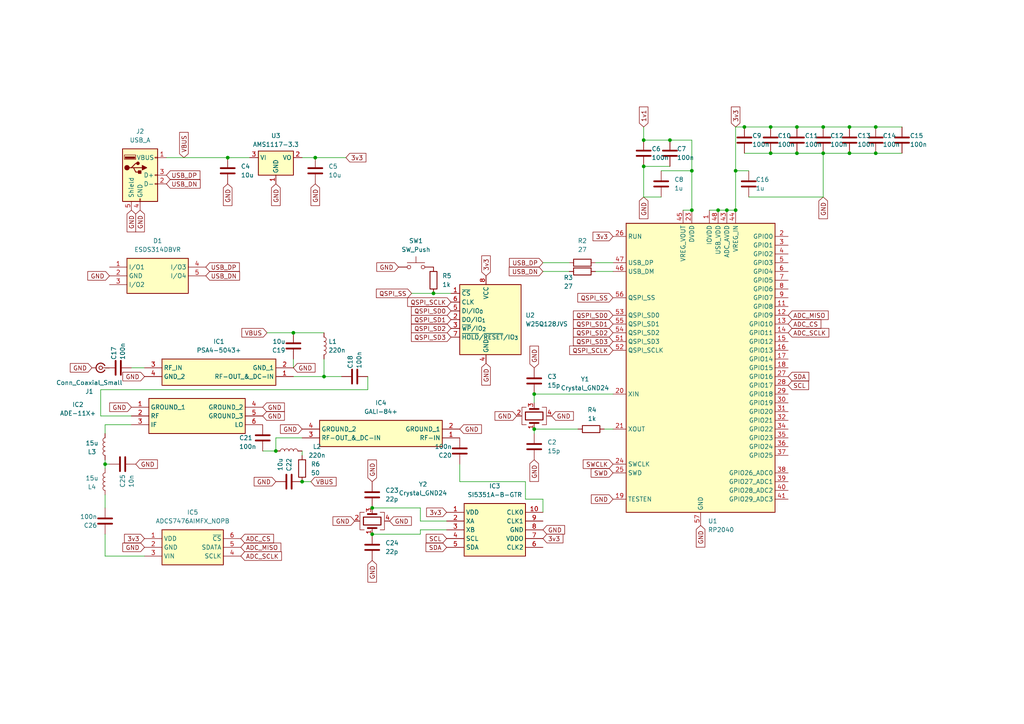
<source format=kicad_sch>
(kicad_sch (version 20250114) (generator "eeschema") (generator_version "9.0")
  (paper "A4")
  (lib_symbols
    (symbol "Analog_ADC:ADCS7476AIMFX_NOPB"
      (property "Reference" "IC" (at 24.13 7.62 0))
      (property "Value" "ADCS7476AIMFX_NOPB" (at 24.13 5.08 0))
      (symbol "ADCS7476AIMFX_NOPB_1_1"
        (rectangle (start 5.08 2.54) (end 22.86 -7.62) (stroke (width 0.254)) (fill (type background)))
        (pin passive line (at 0 0 0) (length 5.08) (name "VDD") (number "1"))
        (pin passive line (at 0 -2.54 0) (length 5.08) (name "GND") (number "2"))
        (pin passive line (at 0 -5.08 0) (length 5.08) (name "VIN") (number "3"))
        (pin passive line (at 27.94 0 180) (length 5.08) (name "~{CS}") (number "6"))
        (pin passive line (at 27.94 -2.54 180) (length 5.08) (name "SDATA") (number "5"))
        (pin passive line (at 27.94 -5.08 180) (length 5.08) (name "SCLK") (number "4"))
      )
    )
    (symbol "Connector:Conn_Coaxial_Small" (pin_numbers (hide yes)) (pin_names (offset 1.016) (hide yes))
      (property "Reference" "J" (at 0.254 3.048 0))
      (property "Value" "Conn_Coaxial_Small" (at 0 -3.81 0))
      (symbol "Conn_Coaxial_Small_0_1"
        (polyline (pts (xy -2.54 0) (xy -0.508 0)))
        (circle (center 0 0) (radius 0.508) (stroke (width 0.2032)))
      )
      (symbol "Conn_Coaxial_Small_1_1"
        (arc (start 1.3484 0.0039) (mid 0.327 -1.308) (end -1.1916 -0.6311) (stroke (width 0.3048)))
        (arc (start -1.1916 0.6311) (mid 0.327 1.3081) (end 1.3484 -0.0039) (stroke (width 0.3048)))
        (pin passive line (at -2.54 0 0) (length 1.27) (name "In") (number "1"))
        (pin passive line (at 2.54 0 180) (length 1.27) (name "Ext") (number "2"))
      )
    )
    (symbol "Connector:USB_A" (pin_names (offset 1.016))
      (property "Reference" "J" (at -5.08 11.43 0))
      (property "Value" "USB_A" (at -5.08 8.89 0))
      (symbol "USB_A_0_1"
        (rectangle (start -5.08 -7.62) (end 5.08 7.62) (stroke (width 0.254)) (fill (type background)))
        (circle (center -3.81 2.159) (radius 0.635) (stroke (width 0.254)) (fill (type outline)))
        (polyline (pts (xy -3.175 2.159) (xy -2.54 2.159) (xy -1.27 3.429) (xy -0.635 3.429)) (stroke (width 0.254)))
        (polyline (pts (xy -2.54 2.159) (xy -1.905 2.159) (xy -1.27 0.889) (xy 0 0.889)) (stroke (width 0.254)))
        (rectangle (start -1.524 4.826) (end -4.318 5.334) (fill (type outline)))
        (rectangle (start -1.27 4.572) (end -4.572 5.842))
        (circle (center -0.635 3.429) (radius 0.381) (stroke (width 0.254)) (fill (type outline)))
        (rectangle (start -0.127 -7.62) (end 0.127 -6.858))
        (rectangle (start 0.254 1.27) (end -0.508 0.508) (stroke (width 0.254)) (fill (type outline)))
        (polyline (pts (xy 0.635 2.794) (xy 0.635 1.524) (xy 1.905 2.159) (xy 0.635 2.794)) (stroke (width 0.254)) (fill (type outline)))
        (rectangle (start 5.08 4.953) (end 4.318 5.207))
        (rectangle (start 5.08 -0.127) (end 4.318 0.127))
        (rectangle (start 5.08 -2.667) (end 4.318 -2.413))
      )
      (symbol "USB_A_1_1"
        (polyline (pts (xy -1.905 2.159) (xy 0.635 2.159)) (stroke (width 0.254)))
        (pin passive line (at -2.54 -10.16 90) (length 2.54) (name "Shield") (number "5"))
        (pin power_in line (at 0 -10.16 90) (length 2.54) (name "GND") (number "4"))
        (pin power_in line (at 7.62 5.08 180) (length 2.54) (name "VBUS") (number "1"))
        (pin bidirectional line (at 7.62 0 180) (length 2.54) (name "D+") (number "3"))
        (pin bidirectional line (at 7.62 -2.54 180) (length 2.54) (name "D-") (number "2"))
      )
    )
    (symbol "Device:C" (pin_numbers (hide yes)) (pin_names (offset 0.254))
      (property "Reference" "C" (at 0.635 2.54 0))
      (property "Value" "C" (at 0.635 -2.54 0))
      (symbol "C_0_1"
        (polyline (pts (xy -2.032 0.762) (xy 2.032 0.762)) (stroke (width 0.508)))
        (polyline (pts (xy -2.032 -0.762) (xy 2.032 -0.762)) (stroke (width 0.508)))
      )
      (symbol "C_1_1"
        (pin passive line (at 0 3.81 270) (length 2.794) (name "~") (number "1"))
        (pin passive line (at 0 -3.81 90) (length 2.794) (name "~") (number "2"))
      )
    )
    (symbol "Device:Crystal_GND24" (pin_names (offset 1.016) (hide yes))
      (property "Reference" "Y" (at 3.175 5.08 0))
      (property "Value" "Crystal_GND24" (at 3.175 3.175 0))
      (symbol "Crystal_GND24_0_1"
        (polyline (pts (xy -2.54 2.286) (xy -2.54 3.556) (xy 2.54 3.556) (xy 2.54 2.286)))
        (polyline (pts (xy -2.54 0) (xy -2.032 0)))
        (polyline (pts (xy -2.54 -2.286) (xy -2.54 -3.556) (xy 2.54 -3.556) (xy 2.54 -2.286)))
        (polyline (pts (xy -2.032 -1.27) (xy -2.032 1.27)) (stroke (width 0.508)))
        (rectangle (start -1.143 2.54) (end 1.143 -2.54) (stroke (width 0.3048)))
        (polyline (pts (xy 0 3.556) (xy 0 3.81)))
        (polyline (pts (xy 0 -3.81) (xy 0 -3.556)))
        (polyline (pts (xy 2.032 0) (xy 2.54 0)))
        (polyline (pts (xy 2.032 -1.27) (xy 2.032 1.27)) (stroke (width 0.508)))
      )
      (symbol "Crystal_GND24_1_1"
        (pin passive line (at -3.81 0 0) (length 1.27) (name "1") (number "1"))
        (pin passive line (at 0 5.08 270) (length 1.27) (name "2") (number "2"))
        (pin passive line (at 0 -5.08 90) (length 1.27) (name "4") (number "4"))
        (pin passive line (at 3.81 0 180) (length 1.27) (name "3") (number "3"))
      )
    )
    (symbol "Device:L" (pin_numbers (hide yes)) (pin_names (offset 1.016) (hide yes))
      (property "Reference" "L" (at -1.27 0 90))
      (property "Value" "L" (at 1.905 0 90))
      (symbol "L_0_1"
        (arc (start 0 2.54) (mid 0.6323 1.905) (end 0 1.27))
        (arc (start 0 1.27) (mid 0.6323 0.635) (end 0 0))
        (arc (start 0 0) (mid 0.6323 -0.635) (end 0 -1.27))
        (arc (start 0 -1.27) (mid 0.6323 -1.905) (end 0 -2.54))
      )
      (symbol "L_1_1"
        (pin passive line (at 0 3.81 270) (length 1.27) (name "1") (number "1"))
        (pin passive line (at 0 -3.81 90) (length 1.27) (name "2") (number "2"))
      )
    )
    (symbol "Device:R" (pin_numbers (hide yes)) (pin_names (offset 0))
      (property "Reference" "R" (at 2.032 0 90))
      (property "Value" "R" (at 0 0 90))
      (symbol "R_0_1"
        (rectangle (start -1.016 -2.54) (end 1.016 2.54) (stroke (width 0.254)))
      )
      (symbol "R_1_1"
        (pin passive line (at 0 3.81 270) (length 1.27) (name "~") (number "1"))
        (pin passive line (at 0 -3.81 90) (length 1.27) (name "~") (number "2"))
      )
    )
    (symbol "MCU_RaspberryPi:RP2040"
      (property "Reference" "U" (at 17.78 45.72 0))
      (property "Value" "RP2040" (at 17.78 43.18 0))
      (symbol "RP2040_0_1"
        (rectangle (start -21.59 41.91) (end 21.59 -41.91) (stroke (width 0.254)) (fill (type background)))
      )
      (symbol "RP2040_1_1"
        (pin input line (at -25.4 38.1 0) (length 3.81) (name "RUN") (number "26"))
        (pin bidirectional line (at -25.4 30.48 0) (length 3.81) (name "USB_DP") (number "47"))
        (pin bidirectional line (at -25.4 27.94 0) (length 3.81) (name "USB_DM") (number "46"))
        (pin bidirectional line (at -25.4 20.32 0) (length 3.81) (name "QSPI_SS") (number "56"))
        (pin bidirectional line (at -25.4 15.24 0) (length 3.81) (name "QSPI_SD0") (number "53"))
        (pin bidirectional line (at -25.4 12.7 0) (length 3.81) (name "QSPI_SD1") (number "55"))
        (pin bidirectional line (at -25.4 10.16 0) (length 3.81) (name "QSPI_SD2") (number "54"))
        (pin bidirectional line (at -25.4 7.62 0) (length 3.81) (name "QSPI_SD3") (number "51"))
        (pin output line (at -25.4 5.08 0) (length 3.81) (name "QSPI_SCLK") (number "52"))
        (pin input line (at -25.4 -7.62 0) (length 3.81) (name "XIN") (number "20"))
        (pin passive line (at -25.4 -17.78 0) (length 3.81) (name "XOUT") (number "21"))
        (pin input line (at -25.4 -27.94 0) (length 3.81) (name "SWCLK") (number "24"))
        (pin bidirectional line (at -25.4 -30.48 0) (length 3.81) (name "SWD") (number "25"))
        (pin input line (at -25.4 -38.1 0) (length 3.81) (name "TESTEN") (number "19"))
        (pin power_out line (at -5.08 45.72 270) (length 3.81) (name "VREG_VOUT") (number "45"))
        (pin power_in line (at -2.54 45.72 270) (length 3.81) (name "DVDD") (number "23"))
        (pin passive line (at -2.54 45.72 270) (length 3.81) (hide yes) (name "DVDD") (number "50"))
        (pin power_in line (at 0 -45.72 90) (length 3.81) (name "GND") (number "57"))
        (pin power_in line (at 2.54 45.72 270) (length 3.81) (name "IOVDD") (number "1"))
        (pin passive line (at 2.54 45.72 270) (length 3.81) (hide yes) (name "IOVDD") (number "10"))
        (pin passive line (at 2.54 45.72 270) (length 3.81) (hide yes) (name "IOVDD") (number "22"))
        (pin passive line (at 2.54 45.72 270) (length 3.81) (hide yes) (name "IOVDD") (number "33"))
        (pin passive line (at 2.54 45.72 270) (length 3.81) (hide yes) (name "IOVDD") (number "42"))
        (pin passive line (at 2.54 45.72 270) (length 3.81) (hide yes) (name "IOVDD") (number "49"))
        (pin power_in line (at 5.08 45.72 270) (length 3.81) (name "USB_VDD") (number "48"))
        (pin power_in line (at 7.62 45.72 270) (length 3.81) (name "ADC_AVDD") (number "43"))
        (pin power_in line (at 10.16 45.72 270) (length 3.81) (name "VREG_IN") (number "44"))
        (pin bidirectional line (at 25.4 38.1 180) (length 3.81) (name "GPIO0") (number "2"))
        (pin bidirectional line (at 25.4 35.56 180) (length 3.81) (name "GPIO1") (number "3"))
        (pin bidirectional line (at 25.4 33.02 180) (length 3.81) (name "GPIO2") (number "4"))
        (pin bidirectional line (at 25.4 30.48 180) (length 3.81) (name "GPIO3") (number "5"))
        (pin bidirectional line (at 25.4 27.94 180) (length 3.81) (name "GPIO4") (number "6"))
        (pin bidirectional line (at 25.4 25.4 180) (length 3.81) (name "GPIO5") (number "7"))
        (pin bidirectional line (at 25.4 22.86 180) (length 3.81) (name "GPIO6") (number "8"))
        (pin bidirectional line (at 25.4 20.32 180) (length 3.81) (name "GPIO7") (number "9"))
        (pin bidirectional line (at 25.4 17.78 180) (length 3.81) (name "GPIO8") (number "11"))
        (pin bidirectional line (at 25.4 15.24 180) (length 3.81) (name "GPIO9") (number "12"))
        (pin bidirectional line (at 25.4 12.7 180) (length 3.81) (name "GPIO10") (number "13"))
        (pin bidirectional line (at 25.4 10.16 180) (length 3.81) (name "GPIO11") (number "14"))
        (pin bidirectional line (at 25.4 7.62 180) (length 3.81) (name "GPIO12") (number "15"))
        (pin bidirectional line (at 25.4 5.08 180) (length 3.81) (name "GPIO13") (number "16"))
        (pin bidirectional line (at 25.4 2.54 180) (length 3.81) (name "GPIO14") (number "17"))
        (pin bidirectional line (at 25.4 0 180) (length 3.81) (name "GPIO15") (number "18"))
        (pin bidirectional line (at 25.4 -2.54 180) (length 3.81) (name "GPIO16") (number "27"))
        (pin bidirectional line (at 25.4 -5.08 180) (length 3.81) (name "GPIO17") (number "28"))
        (pin bidirectional line (at 25.4 -7.62 180) (length 3.81) (name "GPIO18") (number "29"))
        (pin bidirectional line (at 25.4 -10.16 180) (length 3.81) (name "GPIO19") (number "30"))
        (pin bidirectional line (at 25.4 -12.7 180) (length 3.81) (name "GPIO20") (number "31"))
        (pin bidirectional line (at 25.4 -15.24 180) (length 3.81) (name "GPIO21") (number "32"))
        (pin bidirectional line (at 25.4 -17.78 180) (length 3.81) (name "GPIO22") (number "34"))
        (pin bidirectional line (at 25.4 -20.32 180) (length 3.81) (name "GPIO23") (number "35"))
        (pin bidirectional line (at 25.4 -22.86 180) (length 3.81) (name "GPIO24") (number "36"))
        (pin bidirectional line (at 25.4 -25.4 180) (length 3.81) (name "GPIO25") (number "37"))
        (pin bidirectional line (at 25.4 -30.48 180) (length 3.81) (name "GPIO26_ADC0") (number "38"))
        (pin bidirectional line (at 25.4 -33.02 180) (length 3.81) (name "GPIO27_ADC1") (number "39"))
        (pin bidirectional line (at 25.4 -35.56 180) (length 3.81) (name "GPIO28_ADC2") (number "40"))
        (pin bidirectional line (at 25.4 -38.1 180) (length 3.81) (name "GPIO29_ADC3") (number "41"))
      )
    )
    (symbol "Memory_Flash:W25Q128JVS"
      (property "Reference" "U" (at -6.35 11.43 0))
      (property "Value" "W25Q128JVS" (at 7.62 11.43 0))
      (symbol "W25Q128JVS_0_1"
        (rectangle (start -7.62 10.16) (end 10.16 -10.16) (stroke (width 0.254)) (fill (type background)))
      )
      (symbol "W25Q128JVS_1_1"
        (pin input line (at -10.16 7.62 0) (length 2.54) (name "~{CS}") (number "1"))
        (pin input line (at -10.16 5.08 0) (length 2.54) (name "CLK") (number "6"))
        (pin bidirectional line (at -10.16 2.54 0) (length 2.54) (name "DI/IO_{0}") (number "5"))
        (pin bidirectional line (at -10.16 0 0) (length 2.54) (name "DO/IO_{1}") (number "2"))
        (pin bidirectional line (at -10.16 -2.54 0) (length 2.54) (name "~{WP}/IO_{2}") (number "3"))
        (pin bidirectional line (at -10.16 -5.08 0) (length 2.54) (name "~{HOLD}/~{RESET}/IO_{3}") (number "7"))
        (pin power_in line (at 0 12.7 270) (length 2.54) (name "VCC") (number "8"))
        (pin power_in line (at 0 -12.7 90) (length 2.54) (name "GND") (number "4"))
      )
    )
    (symbol "RF:ADE-11X+"
      (property "Reference" "IC" (at 34.29 7.62 0))
      (property "Value" "ADE-11X+" (at 34.29 5.08 0))
      (symbol "ADE-11X+_1_1"
        (rectangle (start 5.08 2.54) (end 33.02 -7.62) (stroke (width 0.254)) (fill (type background)))
        (pin passive line (at 0 0 0) (length 5.08) (name "GROUND_1") (number "1"))
        (pin passive line (at 0 -2.54 0) (length 5.08) (name "RF") (number "2"))
        (pin passive line (at 0 -5.08 0) (length 5.08) (name "IF") (number "3"))
        (pin passive line (at 38.1 0 180) (length 5.08) (name "GROUND_2") (number "4"))
        (pin passive line (at 38.1 -2.54 180) (length 5.08) (name "GROUND_3") (number "5"))
        (pin passive line (at 38.1 -5.08 180) (length 5.08) (name "LO") (number "6"))
      )
    )
    (symbol "RF:GALI-84+"
      (property "Reference" "IC" (at 41.91 7.62 0))
      (property "Value" "GALI-84+" (at 41.91 5.08 0))
      (symbol "GALI-84+_1_1"
        (rectangle (start 5.08 2.54) (end 40.64 -5.08) (stroke (width 0.254)) (fill (type background)))
        (pin passive line (at 0 0 0) (length 5.08) (name "RF-IN") (number "1"))
        (pin passive line (at 0 -2.54 0) (length 5.08) (name "GROUND_1") (number "2"))
        (pin passive line (at 45.72 0 180) (length 5.08) (name "RF-OUT_&_DC-IN") (number "3"))
        (pin passive line (at 45.72 -2.54 180) (length 5.08) (name "GROUND_2") (number "4"))
      )
    )
    (symbol "RF:PSA4-5043+"
      (property "Reference" "IC" (at 39.37 7.62 0))
      (property "Value" "PSA4-5043+" (at 39.37 5.08 0))
      (symbol "PSA4-5043+_1_1"
        (rectangle (start 5.08 2.54) (end 38.1 -5.08) (stroke (width 0.254)) (fill (type background)))
        (pin passive line (at 0 0 0) (length 5.08) (name "RF-OUT_&_DC-IN") (number "1"))
        (pin passive line (at 0 -2.54 0) (length 5.08) (name "GND_1") (number "2"))
        (pin passive line (at 43.18 0 180) (length 5.08) (name "GND_2") (number "4"))
        (pin passive line (at 43.18 -2.54 180) (length 5.08) (name "RF_IN") (number "3"))
      )
    )
    (symbol "RF:SI5351A-B-GTR"
      (property "Reference" "IC" (at 24.13 7.62 0))
      (property "Value" "SI5351A-B-GTR" (at 24.13 5.08 0))
      (symbol "SI5351A-B-GTR_1_1"
        (rectangle (start 5.08 2.54) (end 22.86 -12.7) (stroke (width 0.254)) (fill (type background)))
        (pin passive line (at 0 0 0) (length 5.08) (name "VDD") (number "1"))
        (pin passive line (at 0 -2.54 0) (length 5.08) (name "XA") (number "2"))
        (pin passive line (at 0 -5.08 0) (length 5.08) (name "XB") (number "3"))
        (pin passive line (at 0 -7.62 0) (length 5.08) (name "SCL") (number "4"))
        (pin passive line (at 0 -10.16 0) (length 5.08) (name "SDA") (number "5"))
        (pin passive line (at 27.94 0 180) (length 5.08) (name "CLK0") (number "10"))
        (pin passive line (at 27.94 -2.54 180) (length 5.08) (name "CLK1") (number "9"))
        (pin passive line (at 27.94 -5.08 180) (length 5.08) (name "GND") (number "8"))
        (pin passive line (at 27.94 -7.62 180) (length 5.08) (name "VDDO") (number "7"))
        (pin passive line (at 27.94 -10.16 180) (length 5.08) (name "CLK2") (number "6"))
      )
    )
    (symbol "Regulator_Linear:AMS1117-3.3"
      (property "Reference" "U" (at -3.81 3.175 0))
      (property "Value" "AMS1117-3.3" (at 0 3.175 0))
      (symbol "AMS1117-3.3_0_1"
        (rectangle (start -5.08 -5.08) (end 5.08 1.905) (stroke (width 0.254)) (fill (type background)))
      )
      (symbol "AMS1117-3.3_1_1"
        (pin power_in line (at -7.62 0 0) (length 2.54) (name "VI") (number "3"))
        (pin power_in line (at 0 -7.62 90) (length 2.54) (name "GND") (number "1"))
        (pin power_out line (at 7.62 0 180) (length 2.54) (name "VO") (number "2"))
      )
    )
    (symbol "Switch:SW_Push" (pin_numbers (hide yes)) (pin_names (offset 1.016) (hide yes))
      (property "Reference" "SW" (at 1.27 2.54 0))
      (property "Value" "SW_Push" (at 0 -1.524 0))
      (symbol "SW_Push_0_1"
        (circle (center -2.032 0) (radius 0.508))
        (polyline (pts (xy 0 1.27) (xy 0 3.048)))
        (circle (center 2.032 0) (radius 0.508))
        (polyline (pts (xy 2.54 1.27) (xy -2.54 1.27)))
        (pin passive line (at -5.08 0 0) (length 2.54) (name "1") (number "1"))
        (pin passive line (at 5.08 0 180) (length 2.54) (name "2") (number "2"))
      )
    )
    (symbol "USER:ESDS314DBVR"
      (property "Reference" "D" (at 24.13 7.62 0))
      (property "Value" "ESDS314DBVR" (at 24.13 5.08 0))
      (symbol "ESDS314DBVR_1_1"
        (rectangle (start 5.08 2.54) (end 22.86 -7.62) (stroke (width 0.254)) (fill (type background)))
        (pin passive line (at 0 0 0) (length 5.08) (name "I/O1") (number "1"))
        (pin passive line (at 0 -2.54 0) (length 5.08) (name "GND") (number "2"))
        (pin passive line (at 0 -5.08 0) (length 5.08) (name "I/O2") (number "3"))
        (pin passive line (at 27.94 0 180) (length 5.08) (name "I/O3") (number "4"))
        (pin passive line (at 27.94 -2.54 180) (length 5.08) (name "I/O4") (number "5"))
      )
    )
  )
  (junction (at 30.48 134.62))
  (junction (at 238.76 36.83))
  (junction (at 208.28 60.96))
  (junction (at 125.73 85.09))
  (junction (at 213.36 60.96))
  (junction (at 154.94 114.3))
  (junction (at 107.95 147.32))
  (junction (at 246.38 44.45))
  (junction (at 194.31 40.64))
  (junction (at 231.14 44.45))
  (junction (at 223.52 44.45))
  (junction (at 154.94 124.46))
  (junction (at 200.66 49.53))
  (junction (at 213.36 49.53))
  (junction (at 93.98 109.22))
  (junction (at 186.69 48.26))
  (junction (at 246.38 36.83))
  (junction (at 200.66 60.96))
  (junction (at 85.09 96.52))
  (junction (at 210.82 60.96))
  (junction (at 107.95 154.94))
  (junction (at 238.76 44.45))
  (junction (at 254 44.45))
  (junction (at 223.52 36.83))
  (junction (at 66.04 45.72))
  (junction (at 231.14 36.83))
  (junction (at 91.44 45.72))
  (junction (at 215.9 36.83))
  (junction (at 186.69 40.64))
  (junction (at 80.01 130.81))
  (junction (at 87.63 139.7))
  (junction (at 254 36.83))
  (wire (pts (xy 172.72 78.74) (xy 177.8 78.74)))
  (wire (pts (xy 30.48 143.51) (xy 30.48 147.32)))
  (wire (pts (xy 177.8 114.3) (xy 154.94 114.3)))
  (wire (pts (xy 154.94 124.46) (xy 167.64 124.46)))
  (wire (pts (xy 80.01 127) (xy 87.63 127)))
  (wire (pts (xy 121.92 151.13) (xy 129.54 151.13)))
  (wire (pts (xy 85.09 109.22) (xy 93.98 109.22)))
  (wire (pts (xy 93.98 104.14) (xy 93.98 109.22)))
  (wire (pts (xy 254 44.45) (xy 261.62 44.45)))
  (wire (pts (xy 29.21 113.03) (xy 29.21 120.65)))
  (wire (pts (xy 125.73 85.09) (xy 130.81 85.09)))
  (wire (pts (xy 213.36 60.96) (xy 213.36 49.53)))
  (wire (pts (xy 133.35 139.7) (xy 152.4 139.7)))
  (wire (pts (xy 107.95 147.32) (xy 121.92 147.32)))
  (wire (pts (xy 217.17 57.15) (xy 238.76 57.15)))
  (wire (pts (xy 205.74 60.96) (xy 208.28 60.96)))
  (wire (pts (xy 121.92 147.32) (xy 121.92 151.13)))
  (wire (pts (xy 106.68 109.22) (xy 106.68 113.03)))
  (wire (pts (xy 223.52 44.45) (xy 231.14 44.45)))
  (wire (pts (xy 30.48 134.62) (xy 30.48 135.89)))
  (wire (pts (xy 76.2 130.81) (xy 80.01 130.81)))
  (wire (pts (xy 30.48 123.19) (xy 30.48 125.73)))
  (wire (pts (xy 133.35 134.62) (xy 133.35 139.7)))
  (wire (pts (xy 30.48 154.94) (xy 30.48 161.29)))
  (wire (pts (xy 152.4 144.78) (xy 157.48 144.78)))
  (wire (pts (xy 38.1 106.68) (xy 41.91 106.68)))
  (wire (pts (xy 30.48 133.35) (xy 30.48 134.62)))
  (wire (pts (xy 30.48 161.29) (xy 41.91 161.29)))
  (wire (pts (xy 87.63 139.7) (xy 90.17 139.7)))
  (wire (pts (xy 191.77 49.53) (xy 200.66 49.53)))
  (wire (pts (xy 29.21 120.65) (xy 38.1 120.65)))
  (wire (pts (xy 186.69 40.64) (xy 194.31 40.64)))
  (wire (pts (xy 172.72 76.2) (xy 177.8 76.2)))
  (wire (pts (xy 186.69 57.15) (xy 191.77 57.15)))
  (wire (pts (xy 154.94 124.46) (xy 154.94 125.73)))
  (wire (pts (xy 213.36 36.83) (xy 215.9 36.83)))
  (wire (pts (xy 157.48 78.74) (xy 165.1 78.74)))
  (wire (pts (xy 157.48 76.2) (xy 165.1 76.2)))
  (wire (pts (xy 186.69 57.15) (xy 186.69 48.26)))
  (wire (pts (xy 93.98 109.22) (xy 99.06 109.22)))
  (wire (pts (xy 200.66 49.53) (xy 200.66 60.96)))
  (wire (pts (xy 31.75 106.68) (xy 30.48 106.68)))
  (wire (pts (xy 238.76 57.15) (xy 238.76 44.45)))
  (wire (pts (xy 152.4 139.7) (xy 152.4 144.78)))
  (wire (pts (xy 129.54 153.67) (xy 121.92 153.67)))
  (wire (pts (xy 119.38 85.09) (xy 125.73 85.09)))
  (wire (pts (xy 215.9 44.45) (xy 223.52 44.45)))
  (wire (pts (xy 66.04 45.72) (xy 72.39 45.72)))
  (wire (pts (xy 154.94 114.3) (xy 154.94 116.84)))
  (wire (pts (xy 198.12 60.96) (xy 200.66 60.96)))
  (wire (pts (xy 121.92 153.67) (xy 121.92 154.94)))
  (wire (pts (xy 87.63 132.08) (xy 87.63 130.81)))
  (wire (pts (xy 246.38 36.83) (xy 254 36.83)))
  (wire (pts (xy 85.09 96.52) (xy 93.98 96.52)))
  (wire (pts (xy 200.66 40.64) (xy 200.66 49.53)))
  (wire (pts (xy 38.1 123.19) (xy 30.48 123.19)))
  (wire (pts (xy 254 36.83) (xy 261.62 36.83)))
  (wire (pts (xy 121.92 154.94) (xy 107.95 154.94)))
  (wire (pts (xy 175.26 124.46) (xy 177.8 124.46)))
  (wire (pts (xy 30.48 134.62) (xy 31.75 134.62)))
  (wire (pts (xy 157.48 144.78) (xy 157.48 148.59)))
  (wire (pts (xy 186.69 36.83) (xy 186.69 40.64)))
  (wire (pts (xy 186.69 48.26) (xy 194.31 48.26)))
  (wire (pts (xy 238.76 36.83) (xy 246.38 36.83)))
  (wire (pts (xy 231.14 36.83) (xy 238.76 36.83)))
  (wire (pts (xy 208.28 60.96) (xy 210.82 60.96)))
  (wire (pts (xy 238.76 44.45) (xy 246.38 44.45)))
  (wire (pts (xy 210.82 60.96) (xy 213.36 60.96)))
  (wire (pts (xy 154.94 124.46) (xy 154.94 123.19)))
  (wire (pts (xy 87.63 45.72) (xy 91.44 45.72)))
  (wire (pts (xy 106.68 113.03) (xy 29.21 113.03)))
  (wire (pts (xy 91.44 45.72) (xy 100.33 45.72)))
  (wire (pts (xy 80.01 127) (xy 80.01 130.81)))
  (wire (pts (xy 48.26 45.72) (xy 66.04 45.72)))
  (wire (pts (xy 77.47 96.52) (xy 85.09 96.52)))
  (wire (pts (xy 246.38 44.45) (xy 254 44.45)))
  (wire (pts (xy 231.14 44.45) (xy 238.76 44.45)))
  (wire (pts (xy 223.52 36.83) (xy 231.14 36.83)))
  (wire (pts (xy 213.36 49.53) (xy 213.36 36.83)))
  (wire (pts (xy 85.09 104.14) (xy 85.09 106.68)))
  (wire (pts (xy 194.31 40.64) (xy 200.66 40.64)))
  (wire (pts (xy 215.9 36.83) (xy 223.52 36.83)))
  (wire (pts (xy 213.36 49.53) (xy 217.17 49.53)))
  (global_label "GND" (shape input) (at 154.94 133.35 270) (property "Intersheetrefs" "${INTERSHEET_REFS}" (effects (hide yes))))
  (global_label "GND" (shape input) (at 107.95 139.7 90) (property "Intersheetrefs" "${INTERSHEET_REFS}" (effects (hide yes))))
  (global_label "GND" (shape input) (at 39.37 134.62 0) (property "Intersheetrefs" "${INTERSHEET_REFS}" (effects (hide yes))))
  (global_label "USB_DN" (shape input) (at 59.69 80.01 0) (property "Intersheetrefs" "${INTERSHEET_REFS}" (effects (hide yes))))
  (global_label "3v3" (shape input) (at 100.33 45.72 0) (property "Intersheetrefs" "${INTERSHEET_REFS}" (effects (hide yes))))
  (global_label "GND" (shape input) (at 140.97 105.41 270) (property "Intersheetrefs" "${INTERSHEET_REFS}" (effects (hide yes))))
  (global_label "3v3" (shape input) (at 177.8 68.58 180) (property "Intersheetrefs" "${INTERSHEET_REFS}" (effects (hide yes))))
  (global_label "GND" (shape input) (at 91.44 53.34 270) (property "Intersheetrefs" "${INTERSHEET_REFS}" (effects (hide yes))))
  (global_label "QSPI_SD3" (shape input) (at 130.81 97.79 180) (property "Intersheetrefs" "${INTERSHEET_REFS}" (effects (hide yes))))
  (global_label "GND" (shape input) (at 41.91 158.75 180) (property "Intersheetrefs" "${INTERSHEET_REFS}" (effects (hide yes))))
  (global_label "1v1" (shape input) (at 186.69 36.83 90) (property "Intersheetrefs" "${INTERSHEET_REFS}" (effects (hide yes))))
  (global_label "GND" (shape input) (at 38.1 60.96 270) (property "Intersheetrefs" "${INTERSHEET_REFS}" (effects (hide yes))))
  (global_label "GND" (shape input) (at 186.69 57.15 270) (property "Intersheetrefs" "${INTERSHEET_REFS}" (effects (hide yes))))
  (global_label "QSPI_SS" (shape input) (at 119.38 85.09 180) (property "Intersheetrefs" "${INTERSHEET_REFS}" (effects (hide yes))))
  (global_label "3v3" (shape input) (at 157.48 156.21 0) (property "Intersheetrefs" "${INTERSHEET_REFS}" (effects (hide yes))))
  (global_label "QSPI_SCLK" (shape input) (at 177.8 101.6 180) (property "Intersheetrefs" "${INTERSHEET_REFS}" (effects (hide yes))))
  (global_label "GND" (shape input) (at 157.48 153.67 0) (property "Intersheetrefs" "${INTERSHEET_REFS}" (effects (hide yes))))
  (global_label "GND" (shape input) (at 102.87 151.13 180) (property "Intersheetrefs" "${INTERSHEET_REFS}" (effects (hide yes))))
  (global_label "GND" (shape input) (at 80.01 139.7 180) (property "Intersheetrefs" "${INTERSHEET_REFS}" (effects (hide yes))))
  (global_label "GND" (shape input) (at 177.8 144.78 180) (property "Intersheetrefs" "${INTERSHEET_REFS}" (effects (hide yes))))
  (global_label "SWCLK" (shape input) (at 177.8 134.62 180) (property "Intersheetrefs" "${INTERSHEET_REFS}" (effects (hide yes))))
  (global_label "GND" (shape input) (at 238.76 57.15 270) (property "Intersheetrefs" "${INTERSHEET_REFS}" (effects (hide yes))))
  (global_label "SCL" (shape input) (at 129.54 156.21 180) (property "Intersheetrefs" "${INTERSHEET_REFS}" (effects (hide yes))))
  (global_label "QSPI_SD2" (shape input) (at 130.81 95.25 180) (property "Intersheetrefs" "${INTERSHEET_REFS}" (effects (hide yes))))
  (global_label "QSPI_SCLK" (shape input) (at 130.81 87.63 180) (property "Intersheetrefs" "${INTERSHEET_REFS}" (effects (hide yes))))
  (global_label "GND" (shape input) (at 40.64 60.96 270) (property "Intersheetrefs" "${INTERSHEET_REFS}" (effects (hide yes))))
  (global_label "USB_DN" (shape input) (at 48.26 53.34 0) (property "Intersheetrefs" "${INTERSHEET_REFS}" (effects (hide yes))))
  (global_label "GND" (shape input) (at 154.94 106.68 90) (property "Intersheetrefs" "${INTERSHEET_REFS}" (effects (hide yes))))
  (global_label "GND" (shape input) (at 80.01 53.34 270) (property "Intersheetrefs" "${INTERSHEET_REFS}" (effects (hide yes))))
  (global_label "ADC_CS" (shape input) (at 69.85 156.21 0) (property "Intersheetrefs" "${INTERSHEET_REFS}" (effects (hide yes))))
  (global_label "QSPI_SS" (shape input) (at 177.8 86.36 180) (property "Intersheetrefs" "${INTERSHEET_REFS}" (effects (hide yes))))
  (global_label "GND" (shape input) (at 31.75 80.01 180) (property "Intersheetrefs" "${INTERSHEET_REFS}" (effects (hide yes))))
  (global_label "ADC_SCLK" (shape input) (at 228.6 96.52 0) (property "Intersheetrefs" "${INTERSHEET_REFS}" (effects (hide yes))))
  (global_label "QSPI_SD0" (shape input) (at 130.81 90.17 180) (property "Intersheetrefs" "${INTERSHEET_REFS}" (effects (hide yes))))
  (global_label "GND" (shape input) (at 38.1 118.11 180) (property "Intersheetrefs" "${INTERSHEET_REFS}" (effects (hide yes))))
  (global_label "QSPI_SD0" (shape input) (at 177.8 91.44 180) (property "Intersheetrefs" "${INTERSHEET_REFS}" (effects (hide yes))))
  (global_label "GND" (shape input) (at 87.63 124.46 180) (property "Intersheetrefs" "${INTERSHEET_REFS}" (effects (hide yes))))
  (global_label "GND" (shape input) (at 26.67 106.68 180) (property "Intersheetrefs" "${INTERSHEET_REFS}" (effects (hide yes))))
  (global_label "GND" (shape input) (at 160.02 120.65 0) (property "Intersheetrefs" "${INTERSHEET_REFS}" (effects (hide yes))))
  (global_label "ADC_CS" (shape input) (at 228.6 93.98 0) (property "Intersheetrefs" "${INTERSHEET_REFS}" (effects (hide yes))))
  (global_label "SCL" (shape input) (at 228.6 111.76 0) (property "Intersheetrefs" "${INTERSHEET_REFS}" (effects (hide yes))))
  (global_label "ADC_MISO" (shape input) (at 228.6 91.44 0) (property "Intersheetrefs" "${INTERSHEET_REFS}" (effects (hide yes))))
  (global_label "GND" (shape input) (at 203.2 152.4 270) (property "Intersheetrefs" "${INTERSHEET_REFS}" (effects (hide yes))))
  (global_label "GND" (shape input) (at 107.95 162.56 270) (property "Intersheetrefs" "${INTERSHEET_REFS}" (effects (hide yes))))
  (global_label "VBUS" (shape input) (at 53.34 45.72 90) (property "Intersheetrefs" "${INTERSHEET_REFS}" (effects (hide yes))))
  (global_label "QSPI_SD1" (shape input) (at 130.81 92.71 180) (property "Intersheetrefs" "${INTERSHEET_REFS}" (effects (hide yes))))
  (global_label "3v3" (shape input) (at 129.54 148.59 180) (property "Intersheetrefs" "${INTERSHEET_REFS}" (effects (hide yes))))
  (global_label "QSPI_SD1" (shape input) (at 177.8 93.98 180) (property "Intersheetrefs" "${INTERSHEET_REFS}" (effects (hide yes))))
  (global_label "GND" (shape input) (at 76.2 120.65 0) (property "Intersheetrefs" "${INTERSHEET_REFS}" (effects (hide yes))))
  (global_label "USB_DP" (shape input) (at 59.69 77.47 0) (property "Intersheetrefs" "${INTERSHEET_REFS}" (effects (hide yes))))
  (global_label "USB_DP" (shape input) (at 48.26 50.8 0) (property "Intersheetrefs" "${INTERSHEET_REFS}" (effects (hide yes))))
  (global_label "SDA" (shape input) (at 129.54 158.75 180) (property "Intersheetrefs" "${INTERSHEET_REFS}" (effects (hide yes))))
  (global_label "SDA" (shape input) (at 228.6 109.22 0) (property "Intersheetrefs" "${INTERSHEET_REFS}" (effects (hide yes))))
  (global_label "QSPI_SD2" (shape input) (at 177.8 96.52 180) (property "Intersheetrefs" "${INTERSHEET_REFS}" (effects (hide yes))))
  (global_label "GND" (shape input) (at 41.91 109.22 180) (property "Intersheetrefs" "${INTERSHEET_REFS}" (effects (hide yes))))
  (global_label "USB_DN" (shape input) (at 157.48 78.74 180) (property "Intersheetrefs" "${INTERSHEET_REFS}" (effects (hide yes))))
  (global_label "ADC_MISO" (shape input) (at 69.85 158.75 0) (property "Intersheetrefs" "${INTERSHEET_REFS}" (effects (hide yes))))
  (global_label "GND" (shape input) (at 85.09 106.68 0) (property "Intersheetrefs" "${INTERSHEET_REFS}" (effects (hide yes))))
  (global_label "USB_DP" (shape input) (at 157.48 76.2 180) (property "Intersheetrefs" "${INTERSHEET_REFS}" (effects (hide yes))))
  (global_label "3v3" (shape input) (at 41.91 156.21 180) (property "Intersheetrefs" "${INTERSHEET_REFS}" (effects (hide yes))))
  (global_label "VBUS" (shape input) (at 77.47 96.52 180) (property "Intersheetrefs" "${INTERSHEET_REFS}" (effects (hide yes))))
  (global_label "GND" (shape input) (at 149.86 120.65 180) (property "Intersheetrefs" "${INTERSHEET_REFS}" (effects (hide yes))))
  (global_label "GND" (shape input) (at 76.2 118.11 0) (property "Intersheetrefs" "${INTERSHEET_REFS}" (effects (hide yes))))
  (global_label "GND" (shape input) (at 133.35 124.46 0) (property "Intersheetrefs" "${INTERSHEET_REFS}" (effects (hide yes))))
  (global_label "ADC_SCLK" (shape input) (at 69.85 161.29 0) (property "Intersheetrefs" "${INTERSHEET_REFS}" (effects (hide yes))))
  (global_label "VBUS" (shape input) (at 90.17 139.7 0) (property "Intersheetrefs" "${INTERSHEET_REFS}" (effects (hide yes))))
  (global_label "QSPI_SD3" (shape input) (at 177.8 99.06 180) (property "Intersheetrefs" "${INTERSHEET_REFS}" (effects (hide yes))))
  (global_label "3v3" (shape input) (at 140.97 80.01 90) (property "Intersheetrefs" "${INTERSHEET_REFS}" (effects (hide yes))))
  (global_label "GND" (shape input) (at 115.57 77.47 180) (property "Intersheetrefs" "${INTERSHEET_REFS}" (effects (hide yes))))
  (global_label "GND" (shape input) (at 113.03 151.13 0) (property "Intersheetrefs" "${INTERSHEET_REFS}" (effects (hide yes))))
  (global_label "SWD" (shape input) (at 177.8 137.16 180) (property "Intersheetrefs" "${INTERSHEET_REFS}" (effects (hide yes))))
  (global_label "GND" (shape input) (at 66.04 53.34 270) (property "Intersheetrefs" "${INTERSHEET_REFS}" (effects (hide yes))))
  (global_label "3v3" (shape input) (at 213.36 36.83 90) (property "Intersheetrefs" "${INTERSHEET_REFS}" (effects (hide yes))))
  (symbol (lib_id "RF:SI5351A-B-GTR") (at 129.54 148.59 0) (unit 1)
    (property "Reference" "IC3" (at 143.51 140.97 0))
    (property "Value" "SI5351A-B-GTR" (at 143.51 143.51 0))
    (property "Footprint" "user_imported_devices:SI5351_SOP50P490X110-10N" (effects (hide yes)))
    (property "Datasheet" "https://www.mouser.de/datasheet/2/472/Si5351_B-2507774.pdf" (effects (hide yes)))
    (property "Description" "Clock Generator 10MHz to 100MHz-IN 160MHz-OUT 10-Pin MSOP T/R" (effects (hide yes)))
    (property "Height" "1.1" (effects (hide yes)))
    (property "Mouser Part Number" "634-SI5351A-B-GTR" (effects (hide yes)))
    (property "Mouser Price/Stock" "https://www.mouser.co.uk/ProductDetail/Skyworks-Solutions-Inc/SI5351A-B-GTR?qs=p9T7GgSe1IEYql%252BRMAlVcw%3D%3D" (effects (hide yes)))
    (property "Manufacturer_Name" "Skyworks" (effects (hide yes)))
    (property "Manufacturer_Part_Number" "SI5351A-B-GTR" (effects (hide yes)))
  )
  (symbol (lib_id "Connector:Conn_Coaxial_Small") (at 29.21 106.68 180) (unit 1)
    (property "Reference" "J1" (at 25.908 113.538 0))
    (property "Value" "Conn_Coaxial_Small" (at 25.908 110.998 0))
    (property "Footprint" "Connector_Coaxial:SMA_Amphenol_132289_EdgeMount" (effects (hide yes)))
    (property "Description" "small coaxial connector (BNC, SMA, SMB, SMC, Cinch/RCA, LEMO, ...)" (effects (hide yes)))
  )
  (symbol (lib_id "Device:C") (at 246.38 40.64 0) (unit 1)
    (property "Reference" "C13" (at 248.666 39.37 0) (effects (justify left)))
    (property "Value" "100n" (at 248.666 41.91 0) (effects (justify left)))
    (property "Footprint" "Capacitor_SMD:C_0402_1005Metric" (effects (hide yes)))
    (property "Description" "Unpolarized capacitor" (effects (hide yes)))
  )
  (symbol (lib_id "Device:C") (at 76.2 127 0) (unit 1)
    (property "Reference" "C21" (at 69.342 127 0) (effects (justify left)))
    (property "Value" "100n" (at 69.342 129.54 0) (effects (justify left)))
    (property "Footprint" "Capacitor_SMD:C_0402_1005Metric" (effects (hide yes)))
    (property "Description" "Unpolarized capacitor" (effects (hide yes)))
  )
  (symbol (lib_id "Device:C") (at 223.52 40.64 0) (unit 1)
    (property "Reference" "C10" (at 225.552 39.37 0) (effects (justify left)))
    (property "Value" "100n" (at 225.552 41.91 0) (effects (justify left)))
    (property "Footprint" "Capacitor_SMD:C_0402_1005Metric" (effects (hide yes)))
    (property "Description" "Unpolarized capacitor" (effects (hide yes)))
  )
  (symbol (lib_id "Device:R") (at 171.45 124.46 90) (unit 1)
    (property "Reference" "R4" (at 171.704 118.872 90))
    (property "Value" "1k" (at 171.704 121.412 90))
    (property "Footprint" "Resistor_SMD:R_0402_1005Metric" (effects (hide yes)))
    (property "Description" "Resistor" (effects (hide yes)))
  )
  (symbol (lib_id "RF:PSA4-5043+") (at 85.09 109.22 180) (unit 1)
    (property "Reference" "IC1" (at 63.5 99.06 0))
    (property "Value" "PSA4-5043+" (at 63.5 101.6 0))
    (property "Footprint" "user_imported_devices:PSA45043" (effects (hide yes)))
    (property "Datasheet" "https://www.minicircuits.com/pdfs/PSA4-5043+.pdf" (effects (hide yes)))
    (property "Description" "Low Noise, High IP3 Monolithic Amplifier" (effects (hide yes)))
    (property "Height" "1.1" (effects (hide yes)))
    (property "Mouser Part Number" "139-PSA4-5043" (effects (hide yes)))
    (property "Mouser Price/Stock" "https://www.mouser.co.uk/ProductDetail/Mini-Circuits/PSA4-5043%2b?qs=xZ%2FP%252Ba9zWqbLkryIxS%2FdVA%3D%3D" (effects (hide yes)))
    (property "Manufacturer_Name" "Mini-Circuits" (effects (hide yes)))
    (property "Manufacturer_Part_Number" "PSA4-5043+" (effects (hide yes)))
  )
  (symbol (lib_id "USER:ESDS314DBVR") (at 31.75 77.47 0) (unit 1)
    (property "Reference" "D1" (at 45.72 69.85 0))
    (property "Value" "ESDS314DBVR" (at 45.72 72.39 0))
    (property "Footprint" "user_imported_devices:ESDS314BVR_SOT95P280X145-5N" (effects (hide yes)))
    (property "Datasheet" "http://www.ti.com/lit/gpn/esds314" (effects (hide yes)))
    (property "Description" "Data-Line Surge and ESD Protection Diode Array" (effects (hide yes)))
    (property "Height" "1.45" (effects (hide yes)))
    (property "Mouser Part Number" "595-ESDS314DBVR" (effects (hide yes)))
    (property "Mouser Price/Stock" "https://www.mouser.co.uk/ProductDetail/Texas-Instruments/ESDS314DBVR?qs=w%2Fv1CP2dgqpkGBpJKrSLAg%3D%3D" (effects (hide yes)))
    (property "Manufacturer_Name" "Texas Instruments" (effects (hide yes)))
    (property "Manufacturer_Part_Number" "ESDS314DBVR" (effects (hide yes)))
  )
  (symbol (lib_id "MCU_RaspberryPi:RP2040") (at 203.2 106.68 0) (unit 1)
    (property "Reference" "U1" (at 205.3433 151.13 0) (effects (justify left)))
    (property "Value" "RP2040" (at 205.3433 153.67 0) (effects (justify left)))
    (property "Footprint" "Package_DFN_QFN:QFN-56-1EP_7x7mm_P0.4mm_EP3.2x3.2mm" (effects (hide yes)))
    (property "Datasheet" "https://datasheets.raspberrypi.com/rp2040/rp2040-datasheet.pdf" (effects (hide yes)))
    (property "Description" "A microcontroller by Raspberry Pi" (effects (hide yes)))
  )
  (symbol (lib_id "Device:C") (at 154.94 129.54 0) (unit 1)
    (property "Reference" "C2" (at 158.75 128.2699 0) (effects (justify left)))
    (property "Value" "15p" (at 158.75 130.8099 0) (effects (justify left)))
    (property "Footprint" "Capacitor_SMD:C_0402_1005Metric" (effects (hide yes)))
    (property "Description" "Unpolarized capacitor" (effects (hide yes)))
  )
  (symbol (lib_id "Device:C") (at 191.77 53.34 0) (unit 1)
    (property "Reference" "C8" (at 195.58 52.0699 0) (effects (justify left)))
    (property "Value" "1u" (at 195.58 54.6099 0) (effects (justify left)))
    (property "Footprint" "Capacitor_SMD:C_0402_1005Metric" (effects (hide yes)))
    (property "Description" "Unpolarized capacitor" (effects (hide yes)))
  )
  (symbol (lib_id "RF:ADE-11X+") (at 38.1 118.11 0) (unit 1)
    (property "Reference" "IC2" (at 22.606 117.348 0))
    (property "Value" "ADE-11X+" (at 22.606 119.888 0))
    (property "Footprint" "user_imported_devices:ADE-11X+_SOTFL254P691X284-6N" (effects (hide yes)))
    (property "Description" "RF Mixer Level 7, SMT Double Balanced Mixer, RF/LO Freq 10 - 2000 MHz" (effects (hide yes)))
    (property "Height" "2.84" (effects (hide yes)))
    (property "Mouser Part Number" "139-ADE-11X" (effects (hide yes)))
    (property "Mouser Price/Stock" "https://www.mouser.co.uk/ProductDetail/Mini-Circuits/ADE-11X%2b?qs=xZ%2FP%252Ba9zWqZnBhSn4tYVyw%3D%3D" (effects (hide yes)))
    (property "Manufacturer_Name" "Mini-Circuits" (effects (hide yes)))
    (property "Manufacturer_Part_Number" "ADE-11X+" (effects (hide yes)))
  )
  (symbol (lib_id "Device:R") (at 125.73 81.28 0) (unit 1)
    (property "Reference" "R5" (at 128.27 80.0099 0) (effects (justify left)))
    (property "Value" "1k" (at 128.27 82.5499 0) (effects (justify left)))
    (property "Footprint" "Resistor_SMD:R_0402_1005Metric" (effects (hide yes)))
    (property "Description" "Resistor" (effects (hide yes)))
  )
  (symbol (lib_id "Device:C") (at 85.09 100.33 180) (unit 1)
    (property "Reference" "C19" (at 82.804 101.6 0) (effects (justify left)))
    (property "Value" "10u" (at 82.804 99.06 0) (effects (justify left)))
    (property "Footprint" "Capacitor_SMD:C_0805_2012Metric" (effects (hide yes)))
    (property "Description" "Unpolarized capacitor" (effects (hide yes)))
  )
  (symbol (lib_id "Device:L") (at 83.82 130.81 90) (unit 1)
    (property "Reference" "L2" (at 91.948 129.54 90))
    (property "Value" "220n" (at 91.948 132.08 90))
    (property "Footprint" "Inductor_SMD:L_0805_2012Metric" (effects (hide yes)))
    (property "Description" "Inductor" (effects (hide yes)))
  )
  (symbol (lib_id "Device:C") (at 35.56 134.62 90) (unit 1)
    (property "Reference" "C25" (at 35.56 141.478 0) (effects (justify left)))
    (property "Value" "10n" (at 38.1 141.478 0) (effects (justify left)))
    (property "Footprint" "Capacitor_SMD:C_0402_1005Metric" (effects (hide yes)))
    (property "Description" "Unpolarized capacitor" (effects (hide yes)))
  )
  (symbol (lib_id "Device:C") (at 254 40.64 0) (unit 1)
    (property "Reference" "C14" (at 256.032 39.37 0) (effects (justify left)))
    (property "Value" "100n" (at 256.032 41.91 0) (effects (justify left)))
    (property "Footprint" "Capacitor_SMD:C_0402_1005Metric" (effects (hide yes)))
    (property "Description" "Unpolarized capacitor" (effects (hide yes)))
  )
  (symbol (lib_id "Device:C") (at 66.04 49.53 0) (unit 1)
    (property "Reference" "C4" (at 69.85 48.2599 0) (effects (justify left)))
    (property "Value" "10u" (at 69.85 50.7999 0) (effects (justify left)))
    (property "Footprint" "Capacitor_SMD:C_0805_2012Metric" (effects (hide yes)))
    (property "Description" "Unpolarized capacitor" (effects (hide yes)))
  )
  (symbol (lib_id "Device:C") (at 217.17 53.34 0) (unit 1)
    (property "Reference" "C16" (at 219.202 52.07 0) (effects (justify left)))
    (property "Value" "1u" (at 219.202 54.61 0) (effects (justify left)))
    (property "Footprint" "Capacitor_SMD:C_0402_1005Metric" (effects (hide yes)))
    (property "Description" "Unpolarized capacitor" (effects (hide yes)))
  )
  (symbol (lib_id "Analog_ADC:ADCS7476AIMFX_NOPB") (at 41.91 156.21 0) (unit 1)
    (property "Reference" "IC5" (at 55.88 148.59 0))
    (property "Value" "ADCS7476AIMFX_NOPB" (at 55.88 151.13 0))
    (property "Footprint" "user_imported_devices:ADCS7476_SOT95P280X145-6N" (effects (hide yes)))
    (property "Datasheet" "http://www.ti.com/lit/gpn/adcs7476" (effects (hide yes)))
    (property "Description" "1MSPS, 12-/10-/8-Bit A/D Converters in SOT-23 &amp; LLP" (effects (hide yes)))
    (property "Height" "1.45" (effects (hide yes)))
    (property "Mouser Part Number" "926-ADCS7476AIMFXNPB" (effects (hide yes)))
    (property "Mouser Price/Stock" "https://www.mouser.co.uk/ProductDetail/Texas-Instruments/ADCS7476AIMFX-NOPB?qs=7X5t%252BdzoRHAOC%2FmVhd7fUQ%3D%3D" (effects (hide yes)))
    (property "Manufacturer_Name" "Texas Instruments" (effects (hide yes)))
    (property "Manufacturer_Part_Number" "ADCS7476AIMFX/NOPB" (effects (hide yes)))
  )
  (symbol (lib_id "Device:C") (at 238.76 40.64 0) (unit 1)
    (property "Reference" "C12" (at 240.792 39.37 0) (effects (justify left)))
    (property "Value" "100n" (at 240.792 41.91 0) (effects (justify left)))
    (property "Footprint" "Capacitor_SMD:C_0402_1005Metric" (effects (hide yes)))
    (property "Description" "Unpolarized capacitor" (effects (hide yes)))
  )
  (symbol (lib_id "Device:R") (at 168.91 78.74 90) (unit 1)
    (property "Reference" "R3" (at 164.846 80.518 90))
    (property "Value" "27" (at 164.846 83.058 90))
    (property "Footprint" "Resistor_SMD:R_0402_1005Metric" (effects (hide yes)))
    (property "Description" "Resistor" (effects (hide yes)))
  )
  (symbol (lib_id "Switch:SW_Push") (at 120.65 77.47 0) (unit 1)
    (property "Reference" "SW1" (at 120.65 69.85 0))
    (property "Value" "SW_Push" (at 120.65 72.39 0))
    (property "Footprint" "Button_Switch_SMD:SW_SPST_PTS810" (effects (hide yes)))
    (property "Description" "Push button switch, generic, two pins" (effects (hide yes)))
  )
  (symbol (lib_id "RF:GALI-84+") (at 133.35 127 180) (unit 1)
    (property "Reference" "IC4" (at 110.49 116.84 0))
    (property "Value" "GALI-84+" (at 110.49 119.38 0))
    (property "Footprint" "user_imported_devices:GALI5" (effects (hide yes)))
    (property "Datasheet" "https://www.minicircuits.com/pdfs/Gali-84+.pdf?srsltid=AfmBOopZSkMNtZb47CBTWvUcGeXknsqF1jtkjMchs_3l04me5kYhi9jc" (effects (hide yes)))
    (property "Description" "RF Amplifier IC CATV, DBS, MMDS, Wireless LAN 0Hz ~ 6GHz SOT-89" (effects (hide yes)))
    (property "Height" "1.6" (effects (hide yes)))
    (property "Mouser Part Number" "139-GALI-84" (effects (hide yes)))
    (property "Mouser Price/Stock" "https://www.mouser.co.uk/ProductDetail/Mini-Circuits/GALI-84%2b?qs=xZ%2FP%252Ba9zWqbD3SeeyZUsxg%3D%3D" (effects (hide yes)))
    (property "Manufacturer_Name" "Mini-Circuits" (effects (hide yes)))
    (property "Manufacturer_Part_Number" "GALI-84+" (effects (hide yes)))
  )
  (symbol (lib_id "Device:C") (at 261.62 40.64 0) (unit 1)
    (property "Reference" "C15" (at 263.906 39.37 0) (effects (justify left)))
    (property "Value" "100n" (at 263.906 41.91 0) (effects (justify left)))
    (property "Footprint" "Capacitor_SMD:C_0402_1005Metric" (effects (hide yes)))
    (property "Description" "Unpolarized capacitor" (effects (hide yes)))
  )
  (symbol (lib_id "Regulator_Linear:AMS1117-3.3") (at 80.01 45.72 0) (unit 1)
    (property "Reference" "U3" (at 80.01 39.37 0))
    (property "Value" "AMS1117-3.3" (at 80.01 41.91 0))
    (property "Footprint" "Package_TO_SOT_SMD:SOT-223-3_TabPin2" (effects (hide yes)))
    (property "Datasheet" "http://www.advanced-monolithic.com/pdf/ds1117.pdf" (effects (hide yes)))
    (property "Description" "1A Low Dropout regulator, positive, 3.3V fixed output, SOT-223" (effects (hide yes)))
  )
  (symbol (lib_id "Device:C") (at 186.69 44.45 0) (unit 1)
    (property "Reference" "C6" (at 188.976 43.18 0) (effects (justify left)))
    (property "Value" "100n" (at 188.976 45.72 0) (effects (justify left)))
    (property "Footprint" "Capacitor_SMD:C_0402_1005Metric" (effects (hide yes)))
    (property "Description" "Unpolarized capacitor" (effects (hide yes)))
  )
  (symbol (lib_id "Device:C") (at 30.48 151.13 180) (unit 1)
    (property "Reference" "C26" (at 28.194 152.4 0) (effects (justify left)))
    (property "Value" "100n" (at 28.194 149.86 0) (effects (justify left)))
    (property "Footprint" "Capacitor_SMD:C_0402_1005Metric" (effects (hide yes)))
    (property "Description" "Unpolarized capacitor" (effects (hide yes)))
  )
  (symbol (lib_id "Device:C") (at 107.95 158.75 0) (unit 1)
    (property "Reference" "C24" (at 111.76 157.4799 0) (effects (justify left)))
    (property "Value" "22p" (at 111.76 160.0199 0) (effects (justify left)))
    (property "Footprint" "Capacitor_SMD:C_0402_1005Metric" (effects (hide yes)))
    (property "Description" "Unpolarized capacitor" (effects (hide yes)))
  )
  (symbol (lib_id "Device:R") (at 87.63 135.89 0) (unit 1)
    (property "Reference" "R6" (at 90.17 134.6199 0) (effects (justify left)))
    (property "Value" "50" (at 90.17 137.1599 0) (effects (justify left)))
    (property "Footprint" "Resistor_SMD:R_0402_1005Metric" (effects (hide yes)))
    (property "Description" "Resistor" (effects (hide yes)))
  )
  (symbol (lib_id "Memory_Flash:W25Q128JVS") (at 140.97 92.71 0) (unit 1)
    (property "Reference" "U2" (at 152.4 91.4399 0) (effects (justify left)))
    (property "Value" "W25Q128JVS" (at 152.4 93.9799 0) (effects (justify left)))
    (property "Footprint" "Package_SO:SOIC-8_5.3x5.3mm_P1.27mm" (effects (hide yes)))
    (property "Datasheet" "https://www.winbond.com/resource-files/w25q128jv_dtr%20revc%2003272018%20plus.pdf" (effects (hide yes)))
    (property "Description" "128Mbit / 16MiB Serial Flash Memory, Standard/Dual/Quad SPI, 2.7-3.6V, SOIC-8" (effects (hide yes)))
  )
  (symbol (lib_id "Device:Crystal_GND24") (at 107.95 151.13 90) (unit 1)
    (property "Reference" "Y2" (at 122.682 140.462 90))
    (property "Value" "Crystal_GND24" (at 122.682 143.002 90))
    (property "Footprint" "Crystal:Crystal_SMD_3225-4Pin_3.2x2.5mm" (effects (hide yes)))
    (property "Description" "Four pin crystal, GND on pins 2 and 4" (effects (hide yes)))
  )
  (symbol (lib_id "Device:C") (at 91.44 49.53 0) (unit 1)
    (property "Reference" "C5" (at 95.25 48.2599 0) (effects (justify left)))
    (property "Value" "10u" (at 95.25 50.7999 0) (effects (justify left)))
    (property "Footprint" "Capacitor_SMD:C_0805_2012Metric" (effects (hide yes)))
    (property "Description" "Unpolarized capacitor" (effects (hide yes)))
  )
  (symbol (lib_id "Device:C") (at 194.31 44.45 0) (unit 1)
    (property "Reference" "C7" (at 196.342 43.18 0) (effects (justify left)))
    (property "Value" "100n" (at 196.342 45.72 0) (effects (justify left)))
    (property "Footprint" "Capacitor_SMD:C_0402_1005Metric" (effects (hide yes)))
    (property "Description" "Unpolarized capacitor" (effects (hide yes)))
  )
  (symbol (lib_id "Device:C") (at 215.9 40.64 0) (unit 1)
    (property "Reference" "C9" (at 218.186 39.37 0) (effects (justify left)))
    (property "Value" "100n" (at 218.186 41.91 0) (effects (justify left)))
    (property "Footprint" "Capacitor_SMD:C_0402_1005Metric" (effects (hide yes)))
    (property "Description" "Unpolarized capacitor" (effects (hide yes)))
  )
  (symbol (lib_id "Device:C") (at 34.29 106.68 90) (unit 1)
    (property "Reference" "C17" (at 33.02 104.394 0) (effects (justify left)))
    (property "Value" "100n" (at 35.56 104.394 0) (effects (justify left)))
    (property "Footprint" "Capacitor_SMD:C_0402_1005Metric" (effects (hide yes)))
    (property "Description" "Unpolarized capacitor" (effects (hide yes)))
  )
  (symbol (lib_id "Device:C") (at 102.87 109.22 90) (unit 1)
    (property "Reference" "C18" (at 101.6 106.934 0) (effects (justify left)))
    (property "Value" "100n" (at 104.14 106.934 0) (effects (justify left)))
    (property "Footprint" "Capacitor_SMD:C_0402_1005Metric" (effects (hide yes)))
    (property "Description" "Unpolarized capacitor" (effects (hide yes)))
  )
  (symbol (lib_id "Connector:USB_A") (at 40.64 50.8 0) (unit 1)
    (property "Reference" "J2" (at 40.64 38.1 0))
    (property "Value" "USB_A" (at 40.64 40.64 0))
    (property "Footprint" "user_imported_devices:USBPCB" (effects (hide yes)))
    (property "Description" "USB Type A connector" (effects (hide yes)))
  )
  (symbol (lib_id "Device:C") (at 133.35 130.81 180) (unit 1)
    (property "Reference" "C20" (at 131.064 132.08 0) (effects (justify left)))
    (property "Value" "100n" (at 131.064 129.54 0) (effects (justify left)))
    (property "Footprint" "Capacitor_SMD:C_0402_1005Metric" (effects (hide yes)))
    (property "Description" "Unpolarized capacitor" (effects (hide yes)))
  )
  (symbol (lib_id "Device:Crystal_GND24") (at 154.94 120.65 90) (unit 1)
    (property "Reference" "Y1" (at 169.672 109.982 90))
    (property "Value" "Crystal_GND24" (at 169.672 112.522 90))
    (property "Footprint" "Crystal:Crystal_SMD_3225-4Pin_3.2x2.5mm" (effects (hide yes)))
    (property "Description" "Four pin crystal, GND on pins 2 and 4" (effects (hide yes)))
  )
  (symbol (lib_id "Device:C") (at 107.95 143.51 0) (unit 1)
    (property "Reference" "C23" (at 111.76 142.2399 0) (effects (justify left)))
    (property "Value" "22p" (at 111.76 144.7799 0) (effects (justify left)))
    (property "Footprint" "Capacitor_SMD:C_0402_1005Metric" (effects (hide yes)))
    (property "Description" "Unpolarized capacitor" (effects (hide yes)))
  )
  (symbol (lib_id "Device:C") (at 231.14 40.64 0) (unit 1)
    (property "Reference" "C11" (at 233.426 39.37 0) (effects (justify left)))
    (property "Value" "100n" (at 233.426 41.91 0) (effects (justify left)))
    (property "Footprint" "Capacitor_SMD:C_0402_1005Metric" (effects (hide yes)))
    (property "Description" "Unpolarized capacitor" (effects (hide yes)))
  )
  (symbol (lib_id "Device:C") (at 154.94 110.49 0) (unit 1)
    (property "Reference" "C3" (at 158.75 109.2199 0) (effects (justify left)))
    (property "Value" "15p" (at 158.75 111.7599 0) (effects (justify left)))
    (property "Footprint" "Capacitor_SMD:C_0402_1005Metric" (effects (hide yes)))
    (property "Description" "Unpolarized capacitor" (effects (hide yes)))
  )
  (symbol (lib_id "Device:C") (at 83.82 139.7 270) (unit 1)
    (property "Reference" "C22" (at 83.82 132.842 0) (effects (justify left)))
    (property "Value" "10u" (at 81.28 132.842 0) (effects (justify left)))
    (property "Footprint" "Capacitor_SMD:C_0805_2012Metric" (effects (hide yes)))
    (property "Description" "Unpolarized capacitor" (effects (hide yes)))
  )
  (symbol (lib_id "Device:L") (at 30.48 129.54 180) (unit 1)
    (property "Reference" "L3" (at 26.67 131.064 0))
    (property "Value" "15u" (at 26.67 128.524 0))
    (property "Footprint" "Inductor_SMD:L_0805_2012Metric" (effects (hide yes)))
    (property "Description" "Inductor" (effects (hide yes)))
  )
  (symbol (lib_id "Device:L") (at 93.98 100.33 0) (unit 1)
    (property "Reference" "L1" (at 95.25 99.0599 0) (effects (justify left)))
    (property "Value" "220n" (at 95.25 101.5999 0) (effects (justify left)))
    (property "Footprint" "Inductor_SMD:L_0805_2012Metric" (effects (hide yes)))
    (property "Description" "Inductor" (effects (hide yes)))
  )
  (symbol (lib_id "Device:L") (at 30.48 139.7 180) (unit 1)
    (property "Reference" "L4" (at 26.67 141.224 0))
    (property "Value" "15u" (at 26.67 138.684 0))
    (property "Footprint" "Inductor_SMD:L_0805_2012Metric" (effects (hide yes)))
    (property "Description" "Inductor" (effects (hide yes)))
  )
  (symbol (lib_id "Device:R") (at 168.91 76.2 270) (unit 1)
    (property "Reference" "R2" (at 168.91 69.85 90))
    (property "Value" "27" (at 168.91 72.39 90))
    (property "Footprint" "Resistor_SMD:R_0402_1005Metric" (effects (hide yes)))
    (property "Description" "Resistor" (effects (hide yes)))
  )
)
</source>
